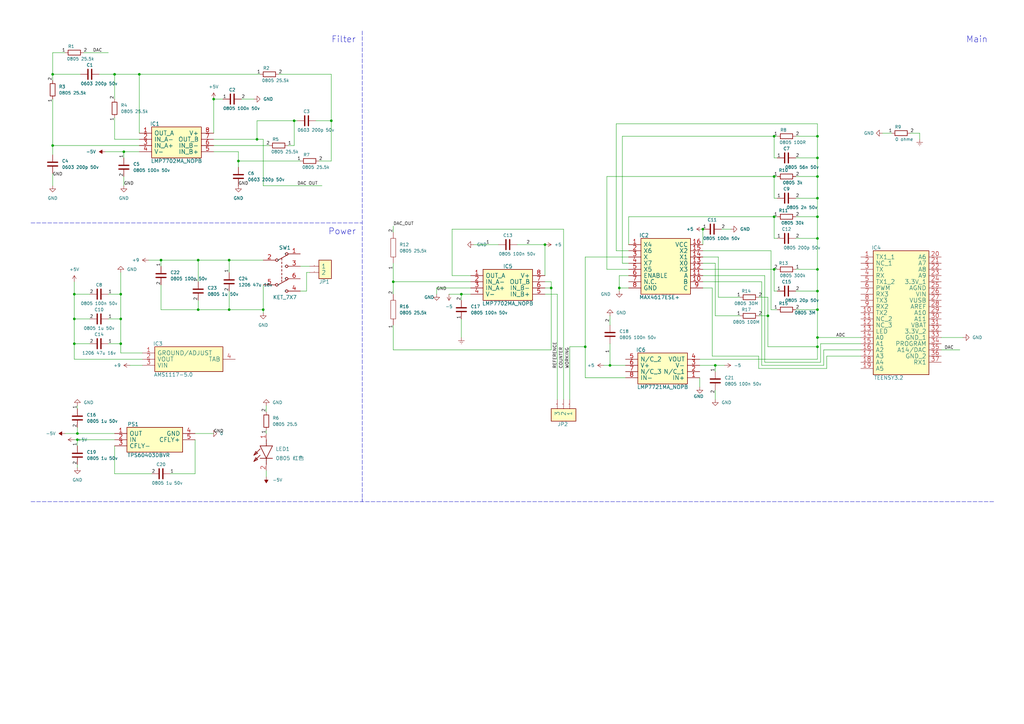
<source format=kicad_sch>
(kicad_sch (version 20211123) (generator eeschema)
  (paper "A3")
  (title_block (title "Potentiator") (date "2022-10-29") (rev "2022-10-30") (company "Drawn By: Yuntian Yang"))
  (junction (at 317.5 55.88))
  (junction (at 66.04 106.68))
  (junction (at 335.28 72.39))
  (junction (at 30.48 120.65))
  (junction (at 97.79 66.04))
  (junction (at 21.59 30.48))
  (junction (at 30.48 130.81))
  (junction (at 31.75 177.8))
  (junction (at 317.5 110.49))
  (junction (at 49.53 120.65))
  (junction (at 93.98 106.68))
  (junction (at 120.65 49.53))
  (junction (at 335.28 110.49))
  (junction (at 288.29 93.98))
  (junction (at 189.23 120.65))
  (junction (at 81.28 127))
  (junction (at 293.37 149.86))
  (junction (at 240.03 142.24))
  (junction (at 49.53 130.81))
  (junction (at 161.29 115.57))
  (junction (at 50.8 62.23))
  (junction (at 250.19 149.86))
  (junction (at 105.41 57.15))
  (junction (at 81.28 106.68))
  (junction (at 226.06 118.11))
  (junction (at 335.28 97.79))
  (junction (at 335.28 81.28))
  (junction (at 335.28 88.9))
  (junction (at 254 118.11))
  (junction (at 335.28 55.88))
  (junction (at 30.48 140.97))
  (junction (at 317.5 72.39))
  (junction (at 87.63 40.64))
  (junction (at 335.28 119.38))
  (junction (at 21.59 59.69))
  (junction (at 31.75 180.34))
  (junction (at 314.96 129.54))
  (junction (at 223.52 100.33))
  (junction (at 93.98 127))
  (junction (at 335.28 142.24))
  (junction (at 335.28 127))
  (junction (at 335.28 138.43))
  (junction (at 57.15 30.48))
  (junction (at 46.99 30.48))
  (junction (at 317.5 88.9))
  (junction (at 335.28 64.77))
  (junction (at 107.95 127))
  (junction (at 49.53 140.97))
  (junction (at 135.89 49.53))
  (wire (pts (xy 31.75 180.34) (xy 46.99 180.34)))
  (wire (pts (xy 293.37 149.86) (xy 293.37 152.4)))
  (wire (pts (xy 81.28 127) (xy 66.04 127)))
  (wire (pts (xy 161.29 107.95) (xy 161.29 115.57)))
  (wire (pts (xy 318.77 119.38) (xy 317.5 119.38)))
  (wire (pts (xy 26.67 21.59) (xy 21.59 21.59)))
  (wire (pts (xy 254 118.11) (xy 254 113.03)))
  (wire (pts (xy 288.29 115.57) (xy 312.42 115.57)))
  (wire (pts (xy 361.95 54.61) (xy 365.76 54.61)))
  (wire (pts (xy 335.28 138.43) (xy 335.28 127)))
  (wire (pts (xy 288.29 118.11) (xy 292.1 118.11)))
  (wire (pts (xy 31.75 180.34) (xy 31.75 182.88)))
  (wire (pts (xy 339.09 146.05) (xy 353.06 146.05)))
  (wire (pts (xy 311.15 146.05) (xy 311.15 151.13)))
  (wire (pts (xy 46.99 194.31) (xy 62.23 194.31)))
  (wire (pts (xy 317.5 97.79) (xy 317.5 88.9)))
  (wire (pts (xy 87.63 40.64) (xy 91.44 40.64)))
  (polyline (pts (xy 148.59 204.47) (xy 148.59 205.74)))
  (wire (pts (xy 255.27 107.95) (xy 255.27 55.88)))
  (wire (pts (xy 107.95 57.15) (xy 107.95 76.2)))
  (wire (pts (xy 313.69 148.59) (xy 336.55 148.59)))
  (wire (pts (xy 66.04 106.68) (xy 81.28 106.68)))
  (wire (pts (xy 120.65 49.53) (xy 121.92 49.53)))
  (wire (pts (xy 53.34 149.86) (xy 58.42 149.86)))
  (wire (pts (xy 255.27 55.88) (xy 317.5 55.88)))
  (wire (pts (xy 313.69 113.03) (xy 313.69 148.59)))
  (wire (pts (xy 185.42 113.03) (xy 185.42 93.98)))
  (wire (pts (xy 318.77 81.28) (xy 317.5 81.28)))
  (wire (pts (xy 107.95 127) (xy 93.98 127)))
  (wire (pts (xy 335.28 97.79) (xy 335.28 88.9)))
  (wire (pts (xy 226.06 143.51) (xy 226.06 118.11)))
  (wire (pts (xy 109.22 176.53) (xy 109.22 177.8)))
  (wire (pts (xy 30.48 140.97) (xy 36.83 140.97)))
  (wire (pts (xy 44.45 130.81) (xy 49.53 130.81)))
  (wire (pts (xy 189.23 120.65) (xy 193.04 120.65)))
  (wire (pts (xy 21.59 30.48) (xy 33.02 30.48)))
  (wire (pts (xy 21.59 40.64) (xy 21.59 59.69)))
  (wire (pts (xy 294.64 105.41) (xy 294.64 121.92)))
  (wire (pts (xy 21.59 63.5) (xy 21.59 59.69)))
  (wire (pts (xy 93.98 127) (xy 93.98 119.38)))
  (wire (pts (xy 288.29 113.03) (xy 313.69 113.03)))
  (wire (pts (xy 336.55 148.59) (xy 336.55 140.97)))
  (wire (pts (xy 184.15 120.65) (xy 189.23 120.65)))
  (wire (pts (xy 30.48 130.81) (xy 36.83 130.81)))
  (wire (pts (xy 326.39 110.49) (xy 335.28 110.49)))
  (wire (pts (xy 337.82 143.51) (xy 353.06 143.51)))
  (wire (pts (xy 80.01 180.34) (xy 80.01 194.31)))
  (wire (pts (xy 105.41 57.15) (xy 107.95 57.15)))
  (wire (pts (xy 292.1 118.11) (xy 292.1 146.05)))
  (wire (pts (xy 123.19 66.04) (xy 97.79 66.04)))
  (wire (pts (xy 288.29 93.98) (xy 288.29 100.33)))
  (wire (pts (xy 288.29 102.87) (xy 316.23 102.87)))
  (wire (pts (xy 240.03 105.41) (xy 240.03 142.24)))
  (wire (pts (xy 135.89 49.53) (xy 135.89 66.04)))
  (wire (pts (xy 252.73 50.8) (xy 252.73 102.87)))
  (wire (pts (xy 335.28 50.8) (xy 252.73 50.8)))
  (wire (pts (xy 193.04 115.57) (xy 161.29 115.57)))
  (wire (pts (xy 81.28 106.68) (xy 93.98 106.68)))
  (wire (pts (xy 179.07 118.11) (xy 193.04 118.11)))
  (wire (pts (xy 311.15 129.54) (xy 314.96 129.54)))
  (wire (pts (xy 49.53 140.97) (xy 44.45 140.97)))
  (wire (pts (xy 312.42 115.57) (xy 312.42 149.86)))
  (wire (pts (xy 326.39 97.79) (xy 335.28 97.79)))
  (wire (pts (xy 93.98 106.68) (xy 93.98 111.76)))
  (wire (pts (xy 288.29 107.95) (xy 293.37 107.95)))
  (wire (pts (xy 161.29 115.57) (xy 161.29 120.65)))
  (wire (pts (xy 30.48 115.57) (xy 30.48 120.65)))
  (wire (pts (xy 257.81 88.9) (xy 317.5 88.9)))
  (wire (pts (xy 46.99 30.48) (xy 46.99 40.64)))
  (wire (pts (xy 40.64 30.48) (xy 46.99 30.48)))
  (wire (pts (xy 97.79 66.04) (xy 97.79 68.58)))
  (wire (pts (xy 317.5 64.77) (xy 317.5 55.88)))
  (wire (pts (xy 107.95 116.84) (xy 107.95 127)))
  (wire (pts (xy 326.39 72.39) (xy 335.28 72.39)))
  (wire (pts (xy 311.15 151.13) (xy 339.09 151.13)))
  (wire (pts (xy 66.04 127) (xy 66.04 116.84)))
  (wire (pts (xy 189.23 120.65) (xy 189.23 123.19)))
  (wire (pts (xy 44.45 120.65) (xy 49.53 120.65)))
  (wire (pts (xy 105.41 57.15) (xy 105.41 49.53)))
  (wire (pts (xy 247.65 149.86) (xy 250.19 149.86)))
  (wire (pts (xy 317.5 81.28) (xy 317.5 72.39)))
  (wire (pts (xy 107.95 106.68) (xy 93.98 106.68)))
  (polyline (pts (xy 12.7 205.74) (xy 407.67 205.74)))
  (wire (pts (xy 336.55 140.97) (xy 353.06 140.97)))
  (wire (pts (xy 293.37 160.02) (xy 293.37 163.83)))
  (wire (pts (xy 386.08 138.43) (xy 394.97 138.43)))
  (wire (pts (xy 250.19 140.97) (xy 250.19 149.86)))
  (wire (pts (xy 30.48 130.81) (xy 30.48 140.97)))
  (wire (pts (xy 31.75 177.8) (xy 46.99 177.8)))
  (wire (pts (xy 317.5 88.9) (xy 318.77 88.9)))
  (wire (pts (xy 105.41 49.53) (xy 120.65 49.53)))
  (wire (pts (xy 317.5 110.49) (xy 318.77 110.49)))
  (wire (pts (xy 335.28 138.43) (xy 353.06 138.43)))
  (wire (pts (xy 317.5 119.38) (xy 317.5 110.49)))
  (wire (pts (xy 326.39 127) (xy 335.28 127)))
  (wire (pts (xy 314.96 129.54) (xy 314.96 142.24)))
  (wire (pts (xy 87.63 40.64) (xy 87.63 54.61)))
  (wire (pts (xy 43.18 62.23) (xy 50.8 62.23)))
  (wire (pts (xy 58.42 147.32) (xy 30.48 147.32)))
  (wire (pts (xy 125.73 111.76) (xy 125.73 119.38)))
  (wire (pts (xy 57.15 30.48) (xy 46.99 30.48)))
  (wire (pts (xy 81.28 115.57) (xy 81.28 106.68)))
  (wire (pts (xy 240.03 142.24) (xy 240.03 154.94)))
  (wire (pts (xy 252.73 102.87) (xy 257.81 102.87)))
  (wire (pts (xy 26.67 177.8) (xy 31.75 177.8)))
  (wire (pts (xy 326.39 64.77) (xy 335.28 64.77)))
  (wire (pts (xy 335.28 55.88) (xy 335.28 50.8)))
  (wire (pts (xy 373.38 54.61) (xy 377.19 54.61)))
  (wire (pts (xy 49.53 130.81) (xy 49.53 140.97)))
  (wire (pts (xy 295.91 93.98) (xy 299.72 93.98)))
  (wire (pts (xy 30.48 147.32) (xy 30.48 140.97)))
  (wire (pts (xy 46.99 48.26) (xy 46.99 57.15)))
  (wire (pts (xy 335.28 110.49) (xy 335.28 97.79)))
  (wire (pts (xy 228.6 120.65) (xy 228.6 163.83)))
  (wire (pts (xy 99.06 40.64) (xy 104.14 40.64)))
  (wire (pts (xy 231.14 93.98) (xy 231.14 163.83)))
  (wire (pts (xy 106.68 30.48) (xy 57.15 30.48)))
  (polyline (pts (xy 148.59 12.7) (xy 148.59 205.74)))
  (wire (pts (xy 120.65 59.69) (xy 118.11 59.69)))
  (wire (pts (xy 81.28 127) (xy 81.28 123.19)))
  (wire (pts (xy 21.59 21.59) (xy 21.59 30.48)))
  (wire (pts (xy 127 111.76) (xy 125.73 111.76)))
  (wire (pts (xy 123.19 119.38) (xy 125.73 119.38)))
  (wire (pts (xy 21.59 30.48) (xy 21.59 33.02)))
  (wire (pts (xy 69.85 194.31) (xy 80.01 194.31)))
  (wire (pts (xy 326.39 81.28) (xy 335.28 81.28)))
  (wire (pts (xy 335.28 81.28) (xy 335.28 72.39)))
  (wire (pts (xy 248.92 110.49) (xy 248.92 72.39)))
  (wire (pts (xy 135.89 30.48) (xy 135.89 49.53)))
  (wire (pts (xy 287.02 149.86) (xy 293.37 149.86)))
  (wire (pts (xy 93.98 127) (xy 81.28 127)))
  (wire (pts (xy 335.28 127) (xy 335.28 119.38)))
  (wire (pts (xy 223.52 120.65) (xy 228.6 120.65)))
  (wire (pts (xy 326.39 55.88) (xy 335.28 55.88)))
  (wire (pts (xy 240.03 154.94) (xy 256.54 154.94)))
  (wire (pts (xy 287.02 154.94) (xy 287.02 158.75)))
  (wire (pts (xy 335.28 88.9) (xy 335.28 81.28)))
  (wire (pts (xy 288.29 105.41) (xy 294.64 105.41)))
  (wire (pts (xy 161.29 92.71) (xy 161.29 95.25)))
  (wire (pts (xy 87.63 62.23) (xy 97.79 62.23)))
  (wire (pts (xy 185.42 93.98) (xy 231.14 93.98)))
  (wire (pts (xy 114.3 30.48) (xy 135.89 30.48)))
  (wire (pts (xy 314.96 121.92) (xy 314.96 129.54)))
  (wire (pts (xy 293.37 149.86) (xy 297.18 149.86)))
  (wire (pts (xy 337.82 149.86) (xy 337.82 143.51)))
  (wire (pts (xy 31.75 175.26) (xy 31.75 177.8)))
  (wire (pts (xy 257.81 105.41) (xy 240.03 105.41)))
  (wire (pts (xy 34.29 21.59) (xy 44.45 21.59)))
  (wire (pts (xy 339.09 151.13) (xy 339.09 146.05)))
  (wire (pts (xy 49.53 144.78) (xy 49.53 140.97)))
  (wire (pts (xy 386.08 143.51) (xy 393.7 143.51)))
  (wire (pts (xy 250.19 149.86) (xy 256.54 149.86)))
  (wire (pts (xy 335.28 64.77) (xy 335.28 55.88)))
  (wire (pts (xy 57.15 30.48) (xy 57.15 54.61)))
  (wire (pts (xy 311.15 121.92) (xy 314.96 121.92)))
  (wire (pts (xy 326.39 119.38) (xy 335.28 119.38)))
  (wire (pts (xy 254 113.03) (xy 257.81 113.03)))
  (wire (pts (xy 257.81 100.33) (xy 257.81 88.9)))
  (wire (pts (xy 226.06 118.11) (xy 226.06 115.57)))
  (wire (pts (xy 223.52 115.57) (xy 226.06 115.57)))
  (wire (pts (xy 254 119.38) (xy 254 118.11)))
  (wire (pts (xy 50.8 72.39) (xy 50.8 76.2)))
  (wire (pts (xy 335.28 147.32) (xy 335.28 142.24)))
  (wire (pts (xy 294.64 121.92) (xy 303.53 121.92)))
  (wire (pts (xy 66.04 106.68) (xy 66.04 109.22)))
  (wire (pts (xy 46.99 57.15) (xy 57.15 57.15)))
  (wire (pts (xy 335.28 142.24) (xy 335.28 138.43)))
  (wire (pts (xy 109.22 195.58) (xy 109.22 193.04)))
  (wire (pts (xy 318.77 97.79) (xy 317.5 97.79)))
  (wire (pts (xy 377.19 54.61) (xy 377.19 57.15)))
  (wire (pts (xy 135.89 66.04) (xy 130.81 66.04)))
  (wire (pts (xy 87.63 57.15) (xy 105.41 57.15)))
  (wire (pts (xy 312.42 149.86) (xy 337.82 149.86)))
  (wire (pts (xy 318.77 64.77) (xy 317.5 64.77)))
  (wire (pts (xy 107.95 127) (xy 107.95 128.27)))
  (wire (pts (xy 335.28 119.38) (xy 335.28 110.49)))
  (wire (pts (xy 97.79 62.23) (xy 97.79 66.04)))
  (wire (pts (xy 335.28 72.39) (xy 335.28 64.77)))
  (wire (pts (xy 120.65 59.69) (xy 120.65 49.53)))
  (wire (pts (xy 31.75 190.5) (xy 31.75 191.77)))
  (wire (pts (xy 223.52 100.33) (xy 223.52 113.03)))
  (wire (pts (xy 58.42 144.78) (xy 49.53 144.78)))
  (wire (pts (xy 30.48 120.65) (xy 36.83 120.65)))
  (wire (pts (xy 49.53 120.65) (xy 49.53 130.81)))
  (wire (pts (xy 293.37 129.54) (xy 303.53 129.54)))
  (wire (pts (xy 21.59 71.12) (xy 21.59 76.2)))
  (wire (pts (xy 293.37 107.95) (xy 293.37 129.54)))
  (wire (pts (xy 30.48 180.34) (xy 31.75 180.34)))
  (wire (pts (xy 314.96 142.24) (xy 335.28 142.24)))
  (wire (pts (xy 87.63 59.69) (xy 110.49 59.69)))
  (wire (pts (xy 46.99 182.88) (xy 46.99 194.31)))
  (wire (pts (xy 179.07 118.11) (xy 179.07 120.65)))
  (wire (pts (xy 316.23 127) (xy 318.77 127)))
  (wire (pts (xy 233.68 142.24) (xy 233.68 163.83)))
  (wire (pts (xy 233.68 142.24) (xy 240.03 142.24)))
  (wire (pts (xy 161.29 143.51) (xy 226.06 143.51)))
  (wire (pts (xy 326.39 88.9) (xy 335.28 88.9)))
  (wire (pts (xy 80.01 177.8) (xy 87.63 177.8)))
  (wire (pts (xy 287.02 147.32) (xy 335.28 147.32)))
  (wire (pts (xy 250.19 129.54) (xy 250.19 133.35)))
  (wire (pts (xy 31.75 166.37) (xy 31.75 167.64)))
  (wire (pts (xy 316.23 102.87) (xy 316.23 127)))
  (wire (pts (xy 60.96 106.68) (xy 66.04 106.68)))
  (wire (pts (xy 189.23 130.81) (xy 189.23 138.43)))
  (wire (pts (xy 49.53 111.76) (xy 49.53 120.65)))
  (wire (pts (xy 212.09 100.33) (xy 223.52 100.33)))
  (wire (pts (xy 317.5 72.39) (xy 318.77 72.39)))
  (wire (pts (xy 50.8 62.23) (xy 50.8 64.77)))
  (wire (pts (xy 21.59 59.69) (xy 57.15 59.69)))
  (polyline (pts (xy 12.7 91.44) (xy 148.59 91.44)))
  (wire (pts (xy 193.04 113.03) (xy 185.42 113.03)))
  (wire (pts (xy 223.52 118.11) (xy 226.06 118.11)))
  (wire (pts (xy 161.29 133.35) (xy 161.29 143.51)))
  (wire (pts (xy 257.81 107.95) (xy 255.27 107.95)))
  (wire (pts (xy 257.81 110.49) (xy 248.92 110.49)))
  (wire (pts (xy 292.1 146.05) (xy 311.15 146.05)))
  (wire (pts (xy 248.92 72.39) (xy 317.5 72.39)))
  (wire (pts (xy 129.54 49.53) (xy 135.89 49.53)))
  (wire (pts (xy 109.22 166.37) (xy 109.22 168.91)))
  (wire (pts (xy 123.19 109.22) (xy 127 109.22)))
  (wire (pts (xy 317.5 55.88) (xy 318.77 55.88)))
  (wire (pts (xy 288.29 110.49) (xy 317.5 110.49)))
  (wire (pts (xy 194.31 100.33) (xy 204.47 100.33)))
  (wire (pts (xy 30.48 120.65) (xy 30.48 130.81)))
  (wire (pts (xy 107.95 76.2) (xy 132.08 76.2)))
  (wire (pts (xy 254 118.11) (xy 257.81 118.11)))
  (wire (pts (xy 50.8 62.23) (xy 57.15 62.23)))
  (text "Filter" (at 135.89 17.78 0) (effects (font (size 2.54 2.54)) (justify left bottom)))
  (text "Main" (at 396.24 17.78 0) (effects (font (size 2.54 2.54)) (justify left bottom)))
  (text "Power" (at 134.62 96.52 0) (effects (font (size 2.54 2.54)) (justify left bottom)))
  (label "1" (at 288.29 93.98 0))
  (label "1" (at 317.5 127 0))
  (label "2" (at 326.39 119.38 0))
  (label "1" (at 50.8 64.77 90))
  (label "2" (at 130.81 66.04 0))
  (label "GND" (at 87.63 177.8 0))
  (label "1" (at 118.11 59.69 0))
  (label "1" (at 317.5 55.88 0))
  (label "2" (at 326.39 55.88 0))
  (label "1" (at 293.37 152.4 90))
  (label "1" (at 161.29 110.49 90))
  (label "1" (at 318.77 97.79 0))
  (label "2" (at 293.37 161.29 90))
  (label "2" (at 99.06 40.64 0))
  (label "1" (at 302.26 121.92 0))
  (label "COUNTER" (at 231.14 151.13 90))
  (label "1" (at 318.77 81.28 0))
  (label "2" (at 50.8 72.39 90))
  (label "2" (at 36.83 120.65 0))
  (label "1" (at 109.22 177.8 90))
  (label "1" (at 31.75 167.64 90))
  (label "1" (at 69.85 194.31 0))
  (label "1" (at 317.5 72.39 0))
  (label "2" (at 93.98 119.38 90))
  (label "GND" (at 97.79 76.2 0))
  (label "2" (at 326.39 97.79 0))
  (label "1" (at 46.99 49.53 90))
  (label "2" (at 326.39 72.39 0))
  (label "2" (at 161.29 120.65 90))
  (label "2" (at 295.91 93.98 0))
  (label "1" (at 31.75 182.88 90))
  (label "1" (at 93.98 111.76 90))
  (label "1" (at 364.49 54.61 0))
  (label "1" (at 105.41 30.48 0))
  (label "2" (at 109.22 168.91 90))
  (label "1" (at 66.04 109.22 90))
  (label "2" (at 81.28 123.19 90))
  (label "2" (at 46.99 40.64 90))
  (label "1" (at 326.39 110.49 0))
  (label "GND" (at 50.8 76.2 0))
  (label "1" (at 25.4 21.59 0))
  (label "2" (at 189.23 123.19 90))
  (label "1" (at 317.5 88.9 0))
  (label "2" (at 161.29 95.25 90))
  (label "1" (at 44.45 140.97 0))
  (label "ADC" (at 342.9 138.43 0))
  (label "2" (at 31.75 190.5 90))
  (label "2" (at 36.83 130.81 0))
  (label "1" (at 121.92 66.04 0))
  (label "2" (at 317.5 110.49 0))
  (label "2" (at 109.22 59.69 0))
  (label "2" (at 66.04 116.84 90))
  (label "2" (at 311.15 121.92 0))
  (label "2" (at 311.15 129.54 0))
  (label "GND" (at 21.59 72.39 0))
  (label "2" (at 326.39 127 0))
  (label "2" (at 326.39 64.77 0))
  (label "1" (at 250.19 144.78 90))
  (label "2" (at 31.75 175.26 90))
  (label "DAC" (at 38.1 21.59 0))
  (label "WORKING" (at 233.68 151.13 90))
  (label "2" (at 326.39 81.28 0))
  (label "1" (at 81.28 115.57 90))
  (label "1" (at 44.45 120.65 0))
  (label "1" (at 318.77 119.38 0))
  (label "2" (at 62.23 194.31 0))
  (label "2" (at 373.38 54.61 0))
  (label "GND" (at 179.07 119.38 0))
  (label "2" (at 36.83 140.97 0))
  (label "DAC" (at 387.35 143.51 0))
  (label "1" (at 21.59 41.91 90))
  (label "2" (at 114.3 30.48 0))
  (label "1" (at 161.29 134.62 90))
  (label "1" (at 199.39 100.33 0))
  (label "1" (at 44.45 130.81 0))
  (label "DAC_OUT" (at 161.29 92.71 0))
  (label "1" (at 302.26 129.54 0))
  (label "1" (at 318.77 64.77 0))
  (label "2" (at 21.59 33.02 90))
  (label "REFERENCE" (at 228.6 151.13 90))
  (label "1" (at 91.44 40.64 0))
  (label "2" (at 34.29 21.59 0))
  (label "2" (at 326.39 88.9 0))
  (label "2" (at 250.19 132.08 90))
  (label "DAC OUT" (at 121.92 76.2 0))
  (label "1" (at 189.23 130.81 90))
  (label "2" (at 215.9 100.33 0))
  (symbol (lib_id "Device:R") (at 30.48 21.59 90) (unit 1)
    (property "Reference" "R1" (at 29.21 19.05 90))
    (property "Value" "0805 25.5k" (at 33.02 24.13 90))
    (property "Footprint" "Resistor_SMD:R_0805_2012Metric" (effects hide))
    (property "Spice_Primitive" "R" (effects hide))
    (property "Spice_Model" "25.5k" (effects hide))
    (property "Spice_Netlist_Enabled" "Y" (effects hide))
  )
  (symbol (lib_id "Device:C") (at 97.79 72.39 0) (unit 1)
    (property "Reference" "C6" (at 101.6 71.1199 0) (effects (justify left)))
    (property "Value" "0603 200p 50v" (at 101.6 73.6599 0) (effects (justify left)))
    (property "Footprint" "Capacitor_SMD:C_0805_2012Metric" (effects hide))
    (property "Spice_Primitive" "C" (effects hide))
    (property "Spice_Model" "200p" (effects hide))
    (property "Spice_Netlist_Enabled" "Y" (effects hide))
  )
  (symbol (lib_id "power:GND") (at 194.31 100.33 270) (unit 1)
    (property "Reference" "#PWR0129" (effects hide))
    (property "Value" "GND" (at 195.58 100.3299 90) (effects (justify left)))
  )
  (symbol (lib_id "Device:C") (at 95.25 40.64 90) (unit 1)
    (property "Reference" "C2" (at 95.25 36.83 90))
    (property "Value" "0805 100n 50v" (at 99.06 44.45 90))
    (property "Footprint" "Capacitor_SMD:C_0805_2012Metric" (effects hide))
    (property "Spice_Primitive" "C" (effects hide))
    (property "Spice_Model" "100n" (effects hide))
    (property "Spice_Netlist_Enabled" "Y" (effects hide))
  )
  (symbol (lib_id "power:Earth") (at 189.23 138.43 0) (unit 1)
    (property "Reference" "#PWR0106" (effects hide))
    (property "Value" "Earth" (effects hide))
  )
  (symbol (lib_id "power:GND") (at 250.19 129.54 180) (unit 1)
    (property "Reference" "#PWR0126" (effects hide))
    (property "Value" "GND" (at 252.73 128.2699 0) (effects (justify right)))
  )
  (symbol (lib_id "Device:C") (at 292.1 93.98 90) (unit 1)
    (property "Reference" "C11" (at 292.1 90.17 90))
    (property "Value" "0805 100n 50v" (at 295.91 97.79 90))
    (property "Footprint" "Capacitor_SMD:C_0805_2012Metric" (effects hide))
    (property "Spice_Primitive" "C" (effects hide))
    (property "Spice_Model" "100n" (effects hide))
    (property "Spice_Netlist_Enabled" "Y" (effects hide))
  )
  (symbol (lib_id "final-potentiator-V1.2-SchDoc-cache:+5") (at 288.29 93.98 90) (unit 1)
    (property "Reference" "#PWR0102" (effects hide))
    (property "Value" "+5" (at 284.48 93.9799 90) (effects (justify left)))
  )
  (symbol (lib_id "Device:C") (at 21.59 67.31 0) (unit 1)
    (property "Reference" "C4" (at 25.4 66.0399 0) (effects (justify left)))
    (property "Value" "0603 200p 50v" (at 25.4 68.5799 0) (effects (justify left)))
    (property "Footprint" "Capacitor_SMD:C_0805_2012Metric" (effects hide))
    (property "Spice_Primitive" "C" (effects hide))
    (property "Spice_Model" "200p" (effects hide))
    (property "Spice_Netlist_Enabled" "Y" (effects hide))
  )
  (symbol (lib_id "final-potentiator-V1.2-SchDoc-cache:KET_7X7") (at 107.95 106.68 0) (unit 1)
    (property "Reference" "SW1" (at 116.84 101.6 0) (effects (font (size 1.524 1.524))))
    (property "Value" "KET_7X7" (at 116.84 121.92 0) (effects (font (size 1.524 1.524))))
    (property "Footprint" "PCBlibrary:KFT DIP-7X7" (effects hide))
  )
  (symbol (lib_id "final-potentiator-V1.2-SchDoc-cache:LMP7702MA_NOPB") (at 57.15 54.61 0) (unit 1)
    (property "Reference" "IC1" (at 63.5 50.8 0) (effects (font (size 1.524 1.524))))
    (property "Value" "LMP7702MA_NOPB" (at 72.39 66.04 0) (effects (font (size 1.524 1.524))))
    (property "Footprint" "PCBlibrary:SOIC127P600X175-8N" (effects hide))
    (property "Spice_Primitive" "X" (effects hide))
    (property "Spice_Model" "LMP7702MA_NOPB" (effects hide))
    (property "Spice_Netlist_Enabled" "Y" (effects hide))
    (property "Spice_Lib_File" "/Users/yyttim/Desktop/大学/大创项目/final-potentiator-V1.2-SchDoc-cache.lib" (effects hide))
  )
  (symbol (lib_id "power:Earth") (at 377.19 57.15 0) (unit 1)
    (property "Reference" "#PWR0101" (effects hide))
    (property "Value" "Earth" (effects hide))
  )
  (symbol (lib_id "power:GND") (at 104.14 40.64 90) (unit 1)
    (property "Reference" "#PWR0119" (effects hide))
    (property "Value" "GND" (at 107.95 40.6399 90) (effects (justify right)))
  )
  (symbol (lib_id "power:GND") (at 179.07 120.65 0) (unit 1)
    (property "Reference" "#PWR0117" (effects hide))
    (property "Value" "GND" (at 173.99 121.92 0) (effects (justify left)))
  )
  (symbol (lib_id "Device:R") (at 110.49 30.48 90) (unit 1)
    (property "Reference" "R2" (at 109.22 27.94 90))
    (property "Value" "0805 25.5k" (at 113.03 33.02 90))
    (property "Footprint" "Resistor_SMD:R_0805_2012Metric" (effects hide))
    (property "Spice_Primitive" "R" (effects hide))
    (property "Spice_Model" "25.5k" (effects hide))
    (property "Spice_Netlist_Enabled" "Y" (effects hide))
  )
  (symbol (lib_id "power:GND") (at 287.02 158.75 0) (unit 1)
    (property "Reference" "#PWR0132" (effects hide))
    (property "Value" "GND" (at 284.48 162.56 0) (effects (justify left)))
  )
  (symbol (lib_id "power:+5V") (at 30.48 180.34 90) (unit 1)
    (property "Reference" "#PWR0122" (effects hide))
    (property "Value" "+5V" (at 31.75 180.3399 90) (effects (justify right)))
  )
  (symbol (lib_id "power:-5V") (at 43.18 62.23 90) (unit 1)
    (property "Reference" "#PWR0107" (effects hide))
    (property "Value" "-5V" (at 39.37 62.2299 90) (effects (justify left)))
  )
  (symbol (lib_id "power:GND") (at 361.95 54.61 270) (unit 1)
    (property "Reference" "#PWR0125" (effects hide))
    (property "Value" "GND" (at 354.33 54.61 90) (effects (justify left)))
  )
  (symbol (lib_id "Device:C") (at 81.28 119.38 0) (unit 1)
    (property "Reference" "C23" (at 85.09 118.1099 0) (effects (justify left)))
    (property "Value" "0805 1u 50v" (at 85.09 120.6499 0) (effects (justify left)))
    (property "Footprint" "Capacitor_SMD:C_0805_2012Metric" (effects hide))
    (property "Spice_Primitive" "C" (effects hide))
    (property "Spice_Model" "1u" (effects hide))
    (property "Spice_Netlist_Enabled" "Y" (effects hide))
  )
  (symbol (lib_id "final-potentiator-V1.2-SchDoc-cache:MAX4617ESE+") (at 257.81 100.33 0) (unit 1)
    (property "Reference" "IC2" (at 264.16 96.52 0) (effects (font (size 1.524 1.524))))
    (property "Value" "MAX4617ESE+" (at 270.51 121.92 0) (effects (font (size 1.524 1.524))))
    (property "Footprint" "PCBlibrary:SOIC127P600X175-16N" (effects hide))
    (property "Spice_Primitive" "X" (effects hide))
    (property "Spice_Model" "MAX4617ESE+" (effects hide))
    (property "Spice_Netlist_Enabled" "Y" (effects hide))
    (property "Spice_Lib_File" "/Users/yyttim/Desktop/大学/大创项目/final-potentiator-V1.2-SchDoc-cache.lib" (effects hide))
  )
  (symbol (lib_id "final-potentiator-V1.2-SchDoc-cache:-5") (at 184.15 120.65 180) (unit 1)
    (property "Reference" "#PWR0118" (effects hide))
    (property "Value" "-5" (at 184.15 125.73 0))
  )
  (symbol (lib_id "Device:C") (at 322.58 97.79 90) (unit 1)
    (property "Reference" "C12" (at 322.58 93.98 90))
    (property "Value" "0805 200p 50v" (at 328.93 101.6 90))
    (property "Footprint" "Capacitor_SMD:C_0805_2012Metric" (effects hide))
    (property "Spice_Primitive" "C" (effects hide))
    (property "Spice_Model" "200p" (effects hide))
    (property "Spice_Netlist_Enabled" "Y" (effects hide))
  )
  (symbol (lib_id "Device:C") (at 40.64 130.81 90) (unit 1)
    (property "Reference" "C10" (at 40.64 127 90))
    (property "Value" "0805 1u 50v" (at 40.64 134.62 90))
    (property "Footprint" "Capacitor_SMD:C_0805_2012Metric" (effects hide))
    (property "Spice_Primitive" "C" (effects hide))
    (property "Spice_Model" "1u" (effects hide))
    (property "Spice_Netlist_Enabled" "Y" (effects hide))
  )
  (symbol (lib_id "power:+5V") (at 87.63 40.64 0) (unit 1)
    (property "Reference" "#PWR0110" (effects hide))
    (property "Value" "+5V" (at 87.63 35.56 0))
  )
  (symbol (lib_id "Device:C") (at 31.75 171.45 0) (unit 1)
    (property "Reference" "C16" (at 35.56 170.1799 0) (effects (justify left)))
    (property "Value" "0805 1u 50v" (at 35.56 172.7199 0) (effects (justify left)))
    (property "Footprint" "Capacitor_SMD:C_0805_2012Metric" (effects hide))
    (property "Spice_Primitive" "C" (effects hide))
    (property "Spice_Model" "1u" (effects hide))
    (property "Spice_Netlist_Enabled" "Y" (effects hide))
  )
  (symbol (lib_id "final-potentiator-V1.2-SchDoc-cache:+9") (at 53.34 149.86 90) (unit 1)
    (property "Reference" "#PWR0112" (effects hide))
    (property "Value" "+9" (at 49.53 149.8599 90) (effects (justify left)))
  )
  (symbol (lib_id "Device:R") (at 114.3 59.69 90) (unit 1)
    (property "Reference" "R5" (at 113.03 57.15 90))
    (property "Value" "0805 25.5k" (at 116.84 62.23 90))
    (property "Footprint" "Resistor_SMD:R_0805_2012Metric" (effects hide))
    (property "Spice_Primitive" "R" (effects hide))
    (property "Spice_Model" "25.5k" (effects hide))
    (property "Spice_Netlist_Enabled" "Y" (effects hide))
  )
  (symbol (lib_id "Device:C") (at 31.75 186.69 0) (unit 1)
    (property "Reference" "C19" (at 35.56 185.4199 0) (effects (justify left)))
    (property "Value" "0805 1u 50v" (at 35.56 187.9599 0) (effects (justify left)))
    (property "Footprint" "Capacitor_SMD:C_0805_2012Metric" (effects hide))
    (property "Spice_Primitive" "C" (effects hide))
    (property "Spice_Model" "1u" (effects hide))
    (property "Spice_Netlist_Enabled" "Y" (effects hide))
  )
  (symbol (lib_id "final-potentiator-V1.2-SchDoc-cache:LMP7702MA_NOPB") (at 193.04 113.03 0) (unit 1)
    (property "Reference" "IC5" (at 208.28 109.22 0) (effects (font (size 1.524 1.524))))
    (property "Value" "LMP7702MA_NOPB" (at 208.28 124.46 0) (effects (font (size 1.524 1.524))))
    (property "Footprint" "PCBlibrary:SOIC127P600X175-8N" (effects hide))
    (property "Spice_Primitive" "X" (effects hide))
    (property "Spice_Model" "LMP7702MA_NOPB" (effects hide))
    (property "Spice_Netlist_Enabled" "Y" (effects hide))
    (property "Spice_Lib_File" "/Users/yyttim/Desktop/大学/大创项目/final-potentiator-V1.2-SchDoc-cache.lib" (effects hide))
  )
  (symbol (lib_id "Device:C") (at 50.8 68.58 0) (unit 1)
    (property "Reference" "C5" (at 54.61 67.3099 0) (effects (justify left)))
    (property "Value" "0805 100n 50v" (at 54.61 69.8499 0) (effects (justify left)))
    (property "Footprint" "Capacitor_SMD:C_0805_2012Metric" (effects hide))
    (property "Spice_Primitive" "C" (effects hide))
    (property "Spice_Model" "100n" (effects hide))
    (property "Spice_Netlist_Enabled" "Y" (effects hide))
  )
  (symbol (lib_id "Device:C") (at 66.04 113.03 0) (unit 1)
    (property "Reference" "C22" (at 69.85 111.7599 0) (effects (justify left)))
    (property "Value" "0805 100n 50v" (at 69.85 114.2999 0) (effects (justify left)))
    (property "Footprint" "Capacitor_SMD:C_0805_2012Metric" (effects hide))
    (property "Spice_Primitive" "C" (effects hide))
    (property "Spice_Model" "100n" (effects hide))
    (property "Spice_Netlist_Enabled" "Y" (effects hide))
  )
  (symbol (lib_id "Device:C") (at 66.04 194.31 90) (unit 1)
    (property "Reference" "C20" (at 66.04 190.5 90))
    (property "Value" "0805 1u 50v" (at 68.58 198.12 90))
    (property "Footprint" "Capacitor_SMD:C_0805_2012Metric" (effects hide))
    (property "Spice_Primitive" "C" (effects hide))
    (property "Spice_Model" "1u" (effects hide))
    (property "Spice_Netlist_Enabled" "Y" (effects hide))
  )
  (symbol (lib_id "final-potentiator-V1.2-SchDoc-cache:+5") (at 223.52 100.33 270) (unit 1)
    (property "Reference" "#PWR0105" (effects hide))
    (property "Value" "+5" (at 227.33 100.3299 90) (effects (justify left)))
  )
  (symbol (lib_id "power:GND") (at 21.59 76.2 0) (unit 1)
    (property "Reference" "#PWR0116" (effects hide))
    (property "Value" "GND" (at 21.59 81.28 0))
  )
  (symbol (lib_id "power:GND") (at 254 119.38 0) (unit 1)
    (property "Reference" "#PWR0130" (effects hide))
    (property "Value" "GND" (at 246.38 120.65 0) (effects (justify left)))
  )
  (symbol (lib_id "Device:C") (at 40.64 120.65 90) (unit 1)
    (property "Reference" "C8" (at 40.64 116.84 90))
    (property "Value" "0805 100n 50v" (at 40.64 124.46 90))
    (property "Footprint" "Capacitor_SMD:C_0805_2012Metric" (effects hide))
    (property "Spice_Primitive" "C" (effects hide))
    (property "Spice_Model" "100n" (effects hide))
    (property "Spice_Netlist_Enabled" "Y" (effects hide))
  )
  (symbol (lib_id "Device:R") (at 322.58 72.39 90) (unit 1)
    (property "Reference" "R10" (at 321.31 69.85 90))
    (property "Value" "0805 3k" (at 325.12 74.93 90))
    (property "Footprint" "Resistor_SMD:R_0805_2012Metric" (effects hide))
    (property "Spice_Primitive" "R" (effects hide))
    (property "Spice_Model" "3k" (effects hide))
    (property "Spice_Netlist_Enabled" "Y" (effects hide))
  )
  (symbol (lib_id "final-potentiator-V1.2-SchDoc-cache:Header_2") (at 127 109.22 0) (unit 1)
    (property "Reference" "JP1" (at 130.81 115.57 0) (effects (font (size 1.524 1.524)) (justify left)))
    (property "Value" " " (at 132.08 118.11 0) (effects (font (size 1.524 1.524)) (justify left)))
    (property "Footprint" "PCBlibrary:KF2EDGK5.08-LI-2P" (effects hide))
  )
  (symbol (lib_id "power:GND") (at 394.97 138.43 90) (unit 1)
    (property "Reference" "#PWR0133" (effects hide))
    (property "Value" "GND" (at 398.78 138.4299 90) (effects (justify right)))
  )
  (symbol (lib_id "final-potentiator-V1.2-SchDoc-cache:E6C1206QBAC1UDA") (at 109.22 193.04 90) (unit 1)
    (property "Reference" "LED1" (at 113.03 184.15 90) (effects (font (size 1.524 1.524)) (justify right)))
    (property "Value" "0805 红色" (at 113.03 187.96 90) (effects (font (size 1.524 1.524)) (justify right)))
    (property "Footprint" "LED_SMD:LED_0805_2012Metric" (effects hide))
  )
  (symbol (lib_id "Device:R") (at 109.22 172.72 0) (unit 1)
    (property "Reference" "R6" (at 111.76 171.4499 0) (effects (justify left)))
    (property "Value" "0805 25.5" (at 111.76 173.9899 0) (effects (justify left)))
    (property "Footprint" "Resistor_SMD:R_0805_2012Metric" (effects hide))
    (property "Spice_Primitive" "R" (effects hide))
    (property "Spice_Model" "25.5" (effects hide))
    (property "Spice_Netlist_Enabled" "Y" (effects hide))
  )
  (symbol (lib_id "Device:R") (at 127 66.04 90) (unit 1)
    (property "Reference" "R7" (at 125.73 63.5 90))
    (property "Value" "0805 25.5k" (at 129.54 68.58 90))
    (property "Footprint" "Resistor_SMD:R_0805_2012Metric" (effects hide))
    (property "Spice_Primitive" "R" (effects hide))
    (property "Spice_Model" "25.5k" (effects hide))
    (property "Spice_Netlist_Enabled" "Y" (effects hide))
  )
  (symbol (lib_id "Device:R") (at 21.59 36.83 0) (unit 1)
    (property "Reference" "R3" (at 24.13 35.5599 0) (effects (justify left)))
    (property "Value" "0805 25.5k" (at 24.13 38.0999 0) (effects (justify left)))
    (property "Footprint" "Resistor_SMD:R_0805_2012Metric" (effects hide))
    (property "Spice_Primitive" "R" (effects hide))
    (property "Spice_Model" "25.5k" (effects hide))
    (property "Spice_Netlist_Enabled" "Y" (effects hide))
  )
  (symbol (lib_id "Device:R") (at 322.58 127 90) (unit 1)
    (property "Reference" "R15" (at 321.31 124.46 90))
    (property "Value" "0805 3M" (at 330.2 128.27 90))
    (property "Footprint" "Resistor_SMD:R_0805_2012Metric" (effects hide))
    (property "Spice_Primitive" "R" (effects hide))
    (property "Spice_Model" "30Meg" (effects hide))
    (property "Spice_Netlist_Enabled" "Y" (effects hide))
  )
  (symbol (lib_id "Device:R") (at 322.58 110.49 90) (unit 1)
    (property "Reference" "R13" (at 321.31 107.95 90))
    (property "Value" "0805 300k" (at 325.12 113.03 90))
    (property "Footprint" "Resistor_SMD:R_0805_2012Metric" (effects hide))
    (property "Spice_Primitive" "R" (effects hide))
    (property "Spice_Model" "300k" (effects hide))
    (property "Spice_Netlist_Enabled" "Y" (effects hide))
  )
  (symbol (lib_id "Device:C") (at 93.98 115.57 0) (unit 1)
    (property "Reference" "C24" (at 97.79 114.2999 0) (effects (justify left)))
    (property "Value" "1206 47u 16v" (at 97.79 116.8399 0) (effects (justify left)))
    (property "Footprint" "Capacitor_SMD:C_1206_3216Metric" (effects hide))
    (property "Spice_Primitive" "C" (effects hide))
    (property "Spice_Model" "47u" (effects hide))
    (property "Spice_Netlist_Enabled" "Y" (effects hide))
  )
  (symbol (lib_id "Device:R") (at 46.99 44.45 0) (unit 1)
    (property "Reference" "R4" (at 49.53 43.1799 0) (effects (justify left)))
    (property "Value" "0805 25.5k" (at 49.53 45.7199 0) (effects (justify left)))
    (property "Footprint" "Resistor_SMD:R_0805_2012Metric" (effects hide))
    (property "Spice_Primitive" "R" (effects hide))
    (property "Spice_Model" "25.5k" (effects hide))
    (property "Spice_Netlist_Enabled" "Y" (effects hide))
  )
  (symbol (lib_id "Device:C") (at 322.58 119.38 90) (unit 1)
    (property "Reference" "C15" (at 322.58 115.57 90))
    (property "Value" "0805 20p 50v" (at 328.93 123.19 90))
    (property "Footprint" "Capacitor_SMD:C_0805_2012Metric" (effects hide))
    (property "Spice_Primitive" "C" (effects hide))
    (property "Spice_Model" "20p" (effects hide))
    (property "Spice_Netlist_Enabled" "Y" (effects hide))
  )
  (symbol (lib_id "Device:R") (at 307.34 121.92 90) (unit 1)
    (property "Reference" "R14" (at 306.07 119.38 90))
    (property "Value" "0805 30M" (at 306.07 124.46 90))
    (property "Footprint" "Resistor_SMD:R_0805_2012Metric" (effects hide))
    (property "Spice_Primitive" "R" (effects hide))
    (property "Spice_Model" "30Meg" (effects hide))
    (property "Spice_Netlist_Enabled" "Y" (effects hide))
  )
  (symbol (lib_id "power:GND") (at 49.53 111.76 180) (unit 1)
    (property "Reference" "#PWR0120" (effects hide))
    (property "Value" "GND" (at 52.07 110.4899 0) (effects (justify right)))
  )
  (symbol (lib_id "Device:C") (at 322.58 81.28 90) (unit 1)
    (property "Reference" "C9" (at 322.58 77.47 90))
    (property "Value" "0805 2n 50v" (at 328.93 85.09 90))
    (property "Footprint" "Capacitor_SMD:C_0805_2012Metric" (effects hide))
    (property "Spice_Primitive" "C" (effects hide))
    (property "Spice_Model" "2n" (effects hide))
    (property "Spice_Netlist_Enabled" "Y" (effects hide))
  )
  (symbol (lib_id "Device:C") (at 36.83 30.48 90) (unit 1)
    (property "Reference" "C1" (at 36.83 26.67 90))
    (property "Value" "0603 200p 50v" (at 40.64 34.29 90))
    (property "Footprint" "Capacitor_SMD:C_0805_2012Metric" (effects hide))
    (property "Spice_Primitive" "C" (effects hide))
    (property "Spice_Model" "200p" (effects hide))
    (property "Spice_Netlist_Enabled" "Y" (effects hide))
  )
  (symbol (lib_id "pspice:0") (at 87.63 177.8 90) (unit 1)
    (property "Reference" "#GND0116" (effects hide))
    (property "Value" "0" (at 90.17 177.7999 90) (effects (justify right)))
  )
  (symbol (lib_id "power:+5V") (at 30.48 115.57 0) (unit 1)
    (property "Reference" "#PWR0121" (effects hide))
    (property "Value" "+5V" (at 30.48 110.49 0))
  )
  (symbol (lib_id "Device:C") (at 125.73 49.53 90) (unit 1)
    (property "Reference" "C3" (at 125.73 45.72 90))
    (property "Value" "0603 200p 50v" (at 129.54 53.34 90))
    (property "Footprint" "Capacitor_SMD:C_0805_2012Metric" (effects hide))
    (property "Spice_Primitive" "C" (effects hide))
    (property "Spice_Model" "200p" (effects hide))
    (property "Spice_Netlist_Enabled" "Y" (effects hide))
  )
  (symbol (lib_id "final-potentiator-V1.2-SchDoc-cache:LMP7721MA_NOPB") (at 287.02 154.94 180) (unit 1)
    (property "Reference" "IC6" (at 262.89 143.51 0) (effects (font (size 1.524 1.524))))
    (property "Value" "LMP7721MA_NOPB" (at 271.78 158.75 0) (effects (font (size 1.524 1.524))))
    (property "Footprint" "PCBlibrary:SOIC127P600X175-8N" (effects hide))
    (property "Spice_Primitive" "X" (effects hide))
    (property "Spice_Model" "LMP7721" (effects hide))
    (property "Spice_Netlist_Enabled" "Y" (effects hide))
    (property "Spice_Lib_File" "/Users/yyttim/Desktop/大学/大创项目/snom096d/LMP7721.LIB" (effects hide))
  )
  (symbol (lib_id "final-potentiator-V1.2-SchDoc-cache:+5") (at 247.65 149.86 90) (unit 1)
    (property "Reference" "#PWR0104" (effects hide))
    (property "Value" "+5" (at 243.84 149.8599 90) (effects (justify left)))
  )
  (symbol (lib_id "final-potentiator-V1.2-SchDoc-cache:Header_3") (at 233.68 163.83 270) (unit 1)
    (property "Reference" "JP2" (at 228.6 173.99 90) (effects (font (size 1.524 1.524)) (justify left)))
    (property "Value" " " (at 227.33 175.26 90) (effects (font (size 1.524 1.524)) (justify left)))
    (property "Footprint" "PCBlibrary:KF128-5.08-3P" (effects hide))
  )
  (symbol (lib_id "final-potentiator-V1.2-SchDoc-cache:TEENSY3.2") (at 353.06 105.41 0) (unit 1)
    (property "Reference" "IC4" (at 359.41 101.6 0) (effects (font (size 1.524 1.524))))
    (property "Value" "TEENSY3.2" (at 364.49 154.94 0) (effects (font (size 1.524 1.524))))
    (property "Footprint" "PCBlibrary:TEENSY32" (effects hide))
    (property "Spice_Primitive" "X" (effects hide))
    (property "Spice_Model" "TEENSY3.2" (effects hide))
    (property "Spice_Netlist_Enabled" "Y" (effects hide))
    (property "Spice_Lib_File" "/Users/yyttim/Desktop/大学/大创项目/final-potentiator-V1.2-SchDoc-cache.lib" (effects hide))
  )
  (symbol (lib_id "power:GND") (at 50.8 76.2 0) (unit 1)
    (property "Reference" "#PWR0111" (effects hide))
    (property "Value" "GND" (at 50.8 81.28 0))
  )
  (symbol (lib_id "Device:R") (at 369.57 54.61 90) (unit 1)
    (property "Reference" "R9" (at 368.3 52.07 90))
    (property "Value" "0 ohme" (at 370.84 57.15 90))
    (property "Footprint" "Resistor_SMD:R_0805_2012Metric" (effects hide))
    (property "Spice_Primitive" "R" (effects hide))
    (property "Spice_Model" "0" (effects hide))
    (property "Spice_Netlist_Enabled" "Y" (effects hide))
  )
  (symbol (lib_id "Device:C") (at 189.23 127 0) (unit 1)
    (property "Reference" "C17" (at 193.04 125.7299 0) (effects (justify left)))
    (property "Value" "0805 100n 50v" (at 193.04 128.2699 0) (effects (justify left)))
    (property "Footprint" "Capacitor_SMD:C_0805_2012Metric" (effects hide))
    (property "Spice_Primitive" "C" (effects hide))
    (property "Spice_Model" "100n" (effects hide))
    (property "Spice_Netlist_Enabled" "Y" (effects hide))
  )
  (symbol (lib_id "power:GND") (at 109.22 166.37 180) (unit 1)
    (property "Reference" "#PWR0115" (effects hide))
    (property "Value" "GND" (at 111.76 165.0999 0) (effects (justify right)))
  )
  (symbol (lib_id "power:GND") (at 107.95 128.27 0) (unit 1)
    (property "Reference" "#PWR0113" (effects hide))
    (property "Value" "GND" (at 107.95 133.35 0))
  )
  (symbol (lib_id "power:-5V") (at 26.67 177.8 90) (unit 1)
    (property "Reference" "#PWR0123" (effects hide))
    (property "Value" "-5V" (at 22.86 177.7999 90) (effects (justify left)))
  )
  (symbol (lib_id "final-potentiator-V1.2-SchDoc-cache:+9") (at 60.96 106.68 90) (unit 1)
    (property "Reference" "#PWR0108" (effects hide))
    (property "Value" "+9" (at 57.15 106.6799 90) (effects (justify left)))
  )
  (symbol (lib_id "Device:C") (at 40.64 140.97 90) (unit 1)
    (property "Reference" "C14" (at 40.64 137.16 90))
    (property "Value" "1206 47u 16v" (at 40.64 144.78 90))
    (property "Footprint" "Capacitor_SMD:C_1206_3216Metric" (effects hide))
    (property "Spice_Primitive" "C" (effects hide))
    (property "Spice_Model" "47u" (effects hide))
    (property "Spice_Netlist_Enabled" "Y" (effects hide))
  )
  (symbol (lib_id "final-potentiator-V1.2-SchDoc-cache:TPS60403DBVR") (at 46.99 177.8 0) (unit 1)
    (property "Reference" "PS1" (at 54.61 173.99 0) (effects (font (size 1.524 1.524))))
    (property "Value" "TPS60403DBVR" (at 60.96 186.69 0) (effects (font (size 1.524 1.524))))
    (property "Footprint" "PCBlibrary:SOT95P280X145-5N" (effects hide))
    (property "Spice_Primitive" "X" (effects hide))
    (property "Spice_Model" "TPS60403DBVR" (effects hide))
    (property "Spice_Netlist_Enabled" "Y" (effects hide))
    (property "Spice_Lib_File" "/Users/yyttim/Desktop/大学/大创项目/final-potentiator-V1.2-SchDoc-cache.lib" (effects hide))
  )
  (symbol (lib_id "power:GND") (at 293.37 163.83 0) (unit 1)
    (property "Reference" "#PWR0131" (effects hide))
    (property "Value" "GND" (at 295.91 165.0999 0) (effects (justify left)))
  )
  (symbol (lib_id "final-potentiator-V1.2-SchDoc-cache:AMS1117-5.0") (at 58.42 144.78 0) (unit 1)
    (property "Reference" "IC3" (at 64.77 140.97 0) (effects (font (size 1.524 1.524))))
    (property "Value" "AMS1117-5.0" (at 71.12 153.67 0) (effects (font (size 1.524 1.524))))
    (property "Footprint" "PCBlibrary:SOT229P700X180-4N" (effects hide))
    (property "Spice_Primitive" "X" (effects hide))
    (property "Spice_Model" "AMS1117-5.0" (effects hide))
    (property "Spice_Netlist_Enabled" "Y" (effects hide))
    (property "Spice_Lib_File" "/Users/yyttim/Desktop/大学/大创项目/final-potentiator-V1.2-SchDoc-cache.lib" (effects hide))
  )
  (symbol (lib_id "Device:C") (at 322.58 64.77 90) (unit 1)
    (property "Reference" "C7" (at 322.58 60.96 90))
    (property "Value" "0805 56n 50v" (at 328.93 68.58 90))
    (property "Footprint" "Capacitor_SMD:C_0805_2012Metric" (effects hide))
    (property "Spice_Primitive" "C" (effects hide))
    (property "Spice_Model" "56n" (effects hide))
    (property "Spice_Netlist_Enabled" "Y" (effects hide))
  )
  (symbol (lib_id "pspice:R") (at 161.29 101.6 0) (unit 1)
    (property "Reference" "R12" (at 163.83 100.3299 0) (effects (justify left)))
    (property "Value" "0805 25.5k" (at 163.83 102.8699 0) (effects (justify left)))
    (property "Footprint" "Resistor_SMD:R_0805_2012Metric" (effects hide))
    (property "Spice_Primitive" "R" (effects hide))
    (property "Spice_Model" "25.5k" (effects hide))
    (property "Spice_Netlist_Enabled" "Y" (effects hide))
  )
  (symbol (lib_id "power:GND") (at 97.79 76.2 0) (unit 1)
    (property "Reference" "#PWR0109" (effects hide))
    (property "Value" "GND" (at 97.79 81.28 0))
  )
  (symbol (lib_id "Device:R") (at 322.58 55.88 90) (unit 1)
    (property "Reference" "R8" (at 321.31 53.34 90))
    (property "Value" "0805 100R" (at 325.12 58.42 90))
    (property "Footprint" "Resistor_SMD:R_0805_2012Metric" (effects hide))
    (property "Spice_Primitive" "R" (effects hide))
    (property "Spice_Model" "100" (effects hide))
    (property "Spice_Netlist_Enabled" "Y" (effects hide))
  )
  (symbol (lib_id "Device:R") (at 307.34 129.54 90) (unit 1)
    (property "Reference" "R17" (at 306.07 127 90))
    (property "Value" "0805 100M" (at 306.07 132.08 90))
    (property "Footprint" "Resistor_SMD:R_0805_2012Metric" (effects hide))
  )
  (symbol (lib_id "Device:R") (at 322.58 88.9 90) (unit 1)
    (property "Reference" "R11" (at 321.31 86.36 90))
    (property "Value" "0805 30k" (at 325.12 91.44 90))
    (property "Footprint" "Resistor_SMD:R_0805_2012Metric" (effects hide))
  )
  (symbol (lib_id "power:GND") (at 299.72 93.98 90) (unit 1)
    (property "Reference" "#PWR0127" (effects hide))
    (property "Value" "GND" (at 303.53 93.9799 90) (effects (justify right)))
  )
  (symbol (lib_id "Device:C") (at 250.19 137.16 0) (unit 1)
    (property "Reference" "C18" (at 254 135.8899 0) (effects (justify left)))
    (property "Value" "0805 100n 50v" (at 254 138.4299 0) (effects (justify left)))
    (property "Footprint" "Capacitor_SMD:C_0805_2012Metric" (effects hide))
    (property "Spice_Primitive" "C" (effects hide))
    (property "Spice_Model" "100n" (effects hide))
    (property "Spice_Netlist_Enabled" "Y" (effects hide))
  )
  (symbol (lib_id "Device:C") (at 208.28 100.33 90) (unit 1)
    (property "Reference" "C13" (at 208.28 96.52 90))
    (property "Value" "0805 100n 50v" (at 212.09 104.14 90))
    (property "Footprint" "Capacitor_SMD:C_0805_2012Metric" (effects hide))
    (property "Spice_Primitive" "C" (effects hide))
    (property "Spice_Model" "100n" (effects hide))
    (property "Spice_Netlist_Enabled" "Y" (effects hide))
  )
  (symbol (lib_id "Device:C") (at 293.37 156.21 0) (unit 1)
    (property "Reference" "C21" (at 297.18 154.9399 0) (effects (justify left)))
    (property "Value" "0805 100n 50v" (at 297.18 157.4799 0) (effects (justify left)))
    (property "Footprint" "Capacitor_SMD:C_0805_2012Metric" (effects hide))
    (property "Spice_Primitive" "C" (effects hide))
    (property "Spice_Model" "100n" (effects hide))
    (property "Spice_Netlist_Enabled" "Y" (effects hide))
  )
  (symbol (lib_id "pspice:R") (at 161.29 127 0) (unit 1)
    (property "Reference" "R16" (at 163.83 125.7299 0) (effects (justify left)))
    (property "Value" "0805 25.5k" (at 163.83 128.2699 0) (effects (justify left)))
    (property "Footprint" "Resistor_SMD:R_0805_2012Metric" (effects hide))
    (property "Spice_Primitive" "R" (effects hide))
    (property "Spice_Model" "25.5k" (effects hide))
    (property "Spice_Netlist_Enabled" "Y" (effects hide))
  )
  (symbol (lib_id "final-potentiator-V1.2-SchDoc-cache:-5") (at 297.18 149.86 270) (unit 1)
    (property "Reference" "#PWR0103" (effects hide))
    (property "Value" "-5" (at 300.99 149.8599 90) (effects (justify left)))
  )
  (symbol (lib_id "power:GND") (at 31.75 191.77 0) (unit 1)
    (property "Reference" "#PWR0124" (effects hide))
    (property "Value" "GND" (at 31.75 196.85 0))
  )
  (symbol (lib_id "power:-5V") (at 109.22 195.58 180) (unit 1)
    (property "Reference" "#PWR0128" (effects hide))
    (property "Value" "-5V" (at 111.76 196.8499 0) (effects (justify right)))
  )
  (symbol (lib_id "power:GND") (at 31.75 166.37 180) (unit 1)
    (property "Reference" "#PWR0114" (effects hide))
    (property "Value" "GND" (at 34.29 165.0999 0) (effects (justify right)))
  )
)
</source>
